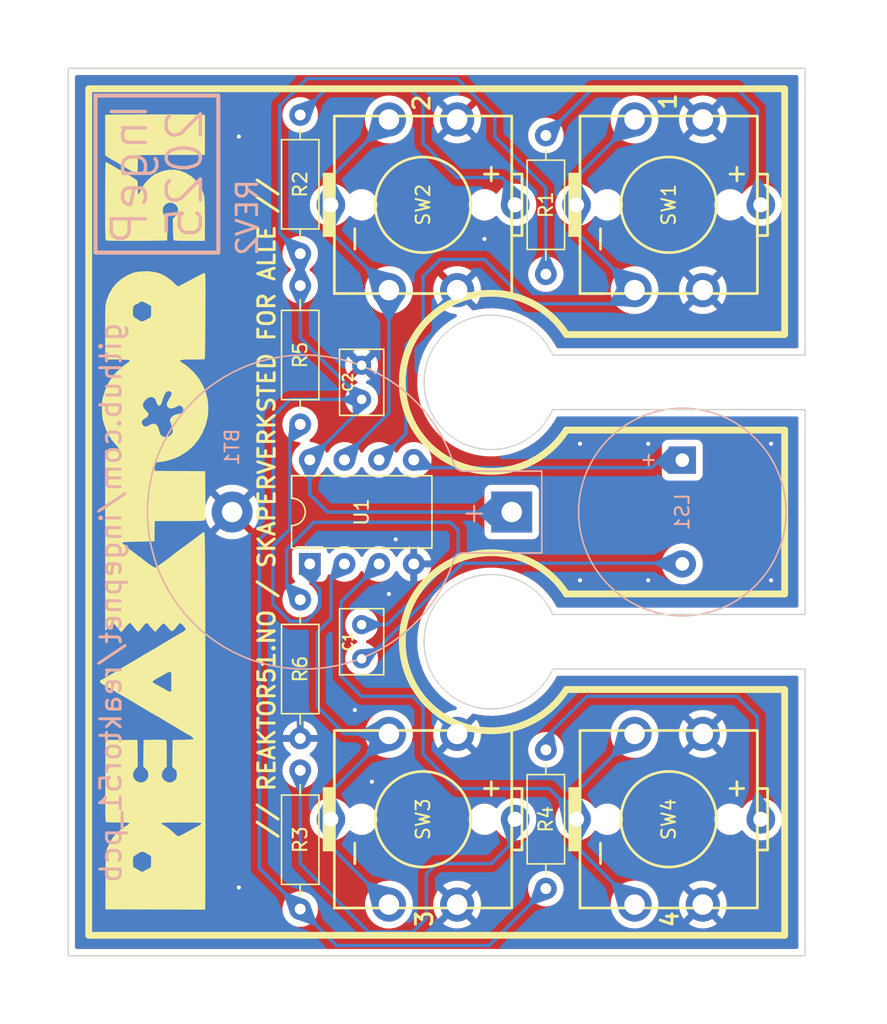
<source format=kicad_pcb>
(kicad_pcb (version 20240108) (generator "pcbnew") (generator_version "8.0")
  (title_block (title "Reaktor51 Memory Game") (date "2025-09-10") (rev "2") (comment 1 "Aurhor: Inge Aune Paulsen"))
  (layers (0 "F.Cu" signal) (31 "B.Cu" signal) (34 "B.Paste" user) (35 "F.Paste" user) (36 "B.SilkS" user "B.Silkscreen") (37 "F.SilkS" user "F.Silkscreen") (38 "B.Mask" user) (39 "F.Mask" user) (44 "Edge.Cuts" user))
  (net 0 "")
  (net 1 "Net-(BT1-+)")
  (net 2 "GND")
  (net 3 "Net-(SW1-A)")
  (net 4 "Net-(SW2-A)")
  (net 5 "Net-(SW3-A)")
  (net 6 "Net-(SW4-A)")
  (net 7 "Net-(SW1-K)")
  (net 8 "Net-(SW2-K)")
  (net 9 "Net-(SW3-K)")
  (net 10 "Net-(SW4-K)")
  (net 11 "Net-(U1-PB0)")
  (net 12 "Net-(U1-~{RESET}{slash}PB5)")
  (net 13 "Net-(C1-Pad2)")
  (net 14 "Net-(C1-Pad1)")
  (footprint "Capacitor_THT:C_Rect_L4.6mm_W3.0mm_P2.50mm_MKS02_FKP02" (layer "F.Cu") (at 141.5 105.75 -90)
    (property "Reference" "C1" (at 1.25 1 90) (layer "F.SilkS") (effects (font (size 0.7 0.7))))
    (property "Value" "1u")
    (pad "1" thru_hole circle (at 0 0 270) (size 1.4 1.4) (drill 0.7) (layers "*.Cu" "*.Mask" "In1.Cu" "In2.Cu" "In3.Cu" "In4.Cu" "In5.Cu" "In6.Cu" "In7.Cu" "In8.Cu" "In9.Cu" "In10.Cu" "In11.Cu" "In12.Cu" "In13.Cu" "In14.Cu" "In15.Cu" "In16.Cu" "In17.Cu" "In18.Cu" "In19.Cu" "In20.Cu" "In21.Cu" "In22.Cu" "In23.Cu" "In24.Cu" "In25.Cu" "In26.Cu" "In27.Cu" "In28.Cu" "In29.Cu" "In30.Cu") (net 14 "Net-(C1-Pad1)"))
    (pad "2" thru_hole circle (at 2.5 0 270) (size 1.4 1.4) (drill 0.7) (layers "*.Cu" "*.Mask" "In1.Cu" "In2.Cu" "In3.Cu" "In4.Cu" "In5.Cu" "In6.Cu" "In7.Cu" "In8.Cu" "In9.Cu" "In10.Cu" "In11.Cu" "In12.Cu" "In13.Cu" "In14.Cu" "In15.Cu" "In16.Cu" "In17.Cu" "In18.Cu" "In19.Cu" "In20.Cu" "In21.Cu" "In22.Cu" "In23.Cu" "In24.Cu" "In25.Cu" "In26.Cu" "In27.Cu" "In28.Cu" "In29.Cu" "In30.Cu") (net 13 "Net-(C1-Pad2)"))
  )
  (footprint "LOGO" (layer "F.Cu") (at 160.5 97.5 90)
    (property "Reference" "G***" (hide yes))
    (property "Value" "LOGO" (hide yes))
  )
  (footprint "Resistor_THT:R_Axial_DIN0207_L6.3mm_D2.5mm_P10.16mm_Horizontal" (layer "F.Cu") (at 155 80.08 90)
    (property "Reference" "R1" (at 5.08 0 90) (layer "F.SilkS"))
    (property "Value" "150")
    (pad "1" thru_hole circle (at 0 0 90) (size 1.6 1.6) (drill 0.8) (layers "*.Cu" "*.Mask" "In1.Cu" "In2.Cu" "In3.Cu" "In4.Cu" "In5.Cu" "In6.Cu" "In7.Cu" "In8.Cu" "In9.Cu" "In10.Cu" "In11.Cu" "In12.Cu" "In13.Cu" "In14.Cu" "In15.Cu" "In16.Cu" "In17.Cu" "In18.Cu" "In19.Cu" "In20.Cu" "In21.Cu" "In22.Cu" "In23.Cu" "In24.Cu" "In25.Cu" "In26.Cu" "In27.Cu" "In28.Cu" "In29.Cu" "In30.Cu") (net 1 "Net-(BT1-+)"))
    (pad "2" thru_hole oval (at 10.16 0 90) (size 1.6 1.6) (drill 0.8) (layers "*.Cu" "*.Mask" "In1.Cu" "In2.Cu" "In3.Cu" "In4.Cu" "In5.Cu" "In6.Cu" "In7.Cu" "In8.Cu" "In9.Cu" "In10.Cu" "In11.Cu" "In12.Cu" "In13.Cu" "In14.Cu" "In15.Cu" "In16.Cu" "In17.Cu" "In18.Cu" "In19.Cu" "In20.Cu" "In21.Cu" "In22.Cu" "In23.Cu" "In24.Cu" "In25.Cu" "In26.Cu" "In27.Cu" "In28.Cu" "In29.Cu" "In30.Cu") (net 3 "Net-(SW1-A)"))
  )
  (footprint "LOGO" (layer "F.Cu") (at 126.25 97.5 90)
    (property "Reference" "G***" (hide yes))
    (property "Value" "LOGO" (hide yes))
  )
  (footprint "Resistor_THT:R_Axial_DIN0207_L6.3mm_D2.5mm_P10.16mm_Horizontal" (layer "F.Cu") (at 137 80.92 -90)
    (property "Reference" "R5" (at 5.08 0 90) (layer "F.SilkS"))
    (property "Value" "4k7")
    (pad "1" thru_hole circle (at 0 0 270) (size 1.6 1.6) (drill 0.8) (layers "*.Cu" "*.Mask" "In1.Cu" "In2.Cu" "In3.Cu" "In4.Cu" "In5.Cu" "In6.Cu" "In7.Cu" "In8.Cu" "In9.Cu" "In10.Cu" "In11.Cu" "In12.Cu" "In13.Cu" "In14.Cu" "In15.Cu" "In16.Cu" "In17.Cu" "In18.Cu" "In19.Cu" "In20.Cu" "In21.Cu" "In22.Cu" "In23.Cu" "In24.Cu" "In25.Cu" "In26.Cu" "In27.Cu" "In28.Cu" "In29.Cu" "In30.Cu") (net 1 "Net-(BT1-+)"))
    (pad "2" thru_hole oval (at 10.16 0 270) (size 1.6 1.6) (drill 0.8) (layers "*.Cu" "*.Mask" "In1.Cu" "In2.Cu" "In3.Cu" "In4.Cu" "In5.Cu" "In6.Cu" "In7.Cu" "In8.Cu" "In9.Cu" "In10.Cu" "In11.Cu" "In12.Cu" "In13.Cu" "In14.Cu" "In15.Cu" "In16.Cu" "In17.Cu" "In18.Cu" "In19.Cu" "In20.Cu" "In21.Cu" "In22.Cu" "In23.Cu" "In24.Cu" "In25.Cu" "In26.Cu" "In27.Cu" "In28.Cu" "In29.Cu" "In30.Cu") (net 12 "Net-(U1-~{RESET}{slash}PB5)"))
  )
  (footprint "Package_DIP:DIP-8_W7.62mm" (layer "F.Cu") (at 137.7 101.3 90)
    (property "Reference" "U1" (at 3.8 3.8 90) (layer "F.SilkS"))
    (property "Value" "ATtiny13A-P")
    (pad "1" thru_hole rect (at 0 0 90) (size 1.6 1.6) (drill 0.8) (layers "*.Cu" "*.Mask" "In1.Cu" "In2.Cu" "In3.Cu" "In4.Cu" "In5.Cu" "In6.Cu" "In7.Cu" "In8.Cu" "In9.Cu" "In10.Cu" "In11.Cu" "In12.Cu" "In13.Cu" "In14.Cu" "In15.Cu" "In16.Cu" "In17.Cu" "In18.Cu" "In19.Cu" "In20.Cu" "In21.Cu" "In22.Cu" "In23.Cu" "In24.Cu" "In25.Cu" "In26.Cu" "In27.Cu" "In28.Cu" "In29.Cu" "In30.Cu") (net 12 "Net-(U1-~{RESET}{slash}PB5)"))
    (pad "2" thru_hole oval (at 0 2.54 90) (size 1.6 1.6) (drill 0.8) (layers "*.Cu" "*.Mask" "In1.Cu" "In2.Cu" "In3.Cu" "In4.Cu" "In5.Cu" "In6.Cu" "In7.Cu" "In8.Cu" "In9.Cu" "In10.Cu" "In11.Cu" "In12.Cu" "In13.Cu" "In14.Cu" "In15.Cu" "In16.Cu" "In17.Cu" "In18.Cu" "In19.Cu" "In20.Cu" "In21.Cu" "In22.Cu" "In23.Cu" "In24.Cu" "In25.Cu" "In26.Cu" "In27.Cu" "In28.Cu" "In29.Cu" "In30.Cu") (net 9 "Net-(SW3-K)"))
    (pad "3" thru_hole oval (at 0 5.08 90) (size 1.6 1.6) (drill 0.8) (layers "*.Cu" "*.Mask" "In1.Cu" "In2.Cu" "In3.Cu" "In4.Cu" "In5.Cu" "In6.Cu" "In7.Cu" "In8.Cu" "In9.Cu" "In10.Cu" "In11.Cu" "In12.Cu" "In13.Cu" "In14.Cu" "In15.Cu" "In16.Cu" "In17.Cu" "In18.Cu" "In19.Cu" "In20.Cu" "In21.Cu" "In22.Cu" "In23.Cu" "In24.Cu" "In25.Cu" "In26.Cu" "In27.Cu" "In28.Cu" "In29.Cu" "In30.Cu") (net 10 "Net-(SW4-K)"))
    (pad "4" thru_hole oval (at 0 7.62 90) (size 1.6 1.6) (drill 0.8) (layers "*.Cu" "*.Mask" "In1.Cu" "In2.Cu" "In3.Cu" "In4.Cu" "In5.Cu" "In6.Cu" "In7.Cu" "In8.Cu" "In9.Cu" "In10.Cu" "In11.Cu" "In12.Cu" "In13.Cu" "In14.Cu" "In15.Cu" "In16.Cu" "In17.Cu" "In18.Cu" "In19.Cu" "In20.Cu" "In21.Cu" "In22.Cu" "In23.Cu" "In24.Cu" "In25.Cu" "In26.Cu" "In27.Cu" "In28.Cu" "In29.Cu" "In30.Cu") (net 2 "GND"))
    (pad "5" thru_hole oval (at 7.62 7.62 90) (size 1.6 1.6) (drill 0.8) (layers "*.Cu" "*.Mask" "In1.Cu" "In2.Cu" "In3.Cu" "In4.Cu" "In5.Cu" "In6.Cu" "In7.Cu" "In8.Cu" "In9.Cu" "In10.Cu" "In11.Cu" "In12.Cu" "In13.Cu" "In14.Cu" "In15.Cu" "In16.Cu" "In17.Cu" "In18.Cu" "In19.Cu" "In20.Cu" "In21.Cu" "In22.Cu" "In23.Cu" "In24.Cu" "In25.Cu" "In26.Cu" "In27.Cu" "In28.Cu" "In29.Cu" "In30.Cu") (net 11 "Net-(U1-PB0)"))
    (pad "6" thru_hole oval (at 7.62 5.08 90) (size 1.6 1.6) (drill 0.8) (layers "*.Cu" "*.Mask" "In1.Cu" "In2.Cu" "In3.Cu" "In4.Cu" "In5.Cu" "In6.Cu" "In7.Cu" "In8.Cu" "In9.Cu" "In10.Cu" "In11.Cu" "In12.Cu" "In13.Cu" "In14.Cu" "In15.Cu" "In16.Cu" "In17.Cu" "In18.Cu" "In19.Cu" "In20.Cu" "In21.Cu" "In22.Cu" "In23.Cu" "In24.Cu" "In25.Cu" "In26.Cu" "In27.Cu" "In28.Cu" "In29.Cu" "In30.Cu") (net 7 "Net-(SW1-K)"))
    (pad "7" thru_hole oval (at 7.62 2.54 90) (size 1.6 1.6) (drill 0.8) (layers "*.Cu" "*.Mask" "In1.Cu" "In2.Cu" "In3.Cu" "In4.Cu" "In5.Cu" "In6.Cu" "In7.Cu" "In8.Cu" "In9.Cu" "In10.Cu" "In11.Cu" "In12.Cu" "In13.Cu" "In14.Cu" "In15.Cu" "In16.Cu" "In17.Cu" "In18.Cu" "In19.Cu" "In20.Cu" "In21.Cu" "In22.Cu" "In23.Cu" "In24.Cu" "In25.Cu" "In26.Cu" "In27.Cu" "In28.Cu" "In29.Cu" "In30.Cu") (net 8 "Net-(SW2-K)"))
    (pad "8" thru_hole oval (at 7.62 0 90) (size 1.6 1.6) (drill 0.8) (layers "*.Cu" "*.Mask" "In1.Cu" "In2.Cu" "In3.Cu" "In4.Cu" "In5.Cu" "In6.Cu" "In7.Cu" "In8.Cu" "In9.Cu" "In10.Cu" "In11.Cu" "In12.Cu" "In13.Cu" "In14.Cu" "In15.Cu" "In16.Cu" "In17.Cu" "In18.Cu" "In19.Cu" "In20.Cu" "In21.Cu" "In22.Cu" "In23.Cu" "In24.Cu" "In25.Cu" "In26.Cu" "In27.Cu" "In28.Cu" "In29.Cu" "In30.Cu") (net 1 "Net-(BT1-+)"))
  )
  (footprint "Resistor_THT:R_Axial_DIN0207_L6.3mm_D2.5mm_P10.16mm_Horizontal" (layer "F.Cu") (at 137 78.58 90)
    (property "Reference" "R2" (at 5.08 0 90) (layer "F.SilkS"))
    (property "Value" "150")
    (pad "1" thru_hole circle (at 0 0 90) (size 1.6 1.6) (drill 0.8) (layers "*.Cu" "*.Mask" "In1.Cu" "In2.Cu" "In3.Cu" "In4.Cu" "In5.Cu" "In6.Cu" "In7.Cu" "In8.Cu" "In9.Cu" "In10.Cu" "In11.Cu" "In12.Cu" "In13.Cu" "In14.Cu" "In15.Cu" "In16.Cu" "In17.Cu" "In18.Cu" "In19.Cu" "In20.Cu" "In21.Cu" "In22.Cu" "In23.Cu" "In24.Cu" "In25.Cu" "In26.Cu" "In27.Cu" "In28.Cu" "In29.Cu" "In30.Cu") (net 1 "Net-(BT1-+)"))
    (pad "2" thru_hole oval (at 10.16 0 90) (size 1.6 1.6) (drill 0.8) (layers "*.Cu" "*.Mask" "In1.Cu" "In2.Cu" "In3.Cu" "In4.Cu" "In5.Cu" "In6.Cu" "In7.Cu" "In8.Cu" "In9.Cu" "In10.Cu" "In11.Cu" "In12.Cu" "In13.Cu" "In14.Cu" "In15.Cu" "In16.Cu" "In17.Cu" "In18.Cu" "In19.Cu" "In20.Cu" "In21.Cu" "In22.Cu" "In23.Cu" "In24.Cu" "In25.Cu" "In26.Cu" "In27.Cu" "In28.Cu" "In29.Cu" "In30.Cu") (net 4 "Net-(SW2-A)"))
  )
  (footprint "IngeLib:SW_PUSH_12mm_LED" (layer "F.Cu") (at 164 75 90)
    (property "Reference" "SW1" (at 0 0 90) (layer "F.SilkS"))
    (property "Value" "SW_Push_LED")
    (pad "" np_thru_hole circle (at 0 -4.5 90) (size 1 1) (drill 1.8) (layers "*.Cu" "*.Mask" "In1.Cu" "In2.Cu" "In3.Cu" "In4.Cu" "In5.Cu" "In6.Cu" "In7.Cu" "In8.Cu" "In9.Cu" "In10.Cu" "In11.Cu" "In12.Cu" "In13.Cu" "In14.Cu" "In15.Cu" "In16.Cu" "In17.Cu" "In18.Cu" "In19.Cu" "In20.Cu" "In21.Cu" "In22.Cu" "In23.Cu" "In24.Cu" "In25.Cu" "In26.Cu" "In27.Cu" "In28.Cu" "In29.Cu" "In30.Cu"))
    (pad "" np_thru_hole circle (at 0 4.5 90) (size 1 1) (drill 1.8) (layers "*.Cu" "*.Mask" "In1.Cu" "In2.Cu" "In3.Cu" "In4.Cu" "In5.Cu" "In6.Cu" "In7.Cu" "In8.Cu" "In9.Cu" "In10.Cu" "In11.Cu" "In12.Cu" "In13.Cu" "In14.Cu" "In15.Cu" "In16.Cu" "In17.Cu" "In18.Cu" "In19.Cu" "In20.Cu" "In21.Cu" "In22.Cu" "In23.Cu" "In24.Cu" "In25.Cu" "In26.Cu" "In27.Cu" "In28.Cu" "In29.Cu" "In30.Cu"))
    (pad "1" thru_hole circle (at -6.25 -2.5 90) (size 2.5 2.5) (drill 1.5) (layers "*.Cu" "*.Mask" "In1.Cu" "In2.Cu" "In3.Cu" "In4.Cu" "In5.Cu" "In6.Cu" "In7.Cu" "In8.Cu" "In9.Cu" "In10.Cu" "In11.Cu" "In12.Cu" "In13.Cu" "In14.Cu" "In15.Cu" "In16.Cu" "In17.Cu" "In18.Cu" "In19.Cu" "In20.Cu" "In21.Cu" "In22.Cu" "In23.Cu" "In24.Cu" "In25.Cu" "In26.Cu" "In27.Cu" "In28.Cu" "In29.Cu" "In30.Cu") (net 7 "Net-(SW1-K)"))
    (pad "1" thru_hole circle (at 6.25 -2.5 90) (size 2.5 2.5) (drill 1.5) (layers "*.Cu" "*.Mask" "In1.Cu" "In2.Cu" "In3.Cu" "In4.Cu" "In5.Cu" "In6.Cu" "In7.Cu" "In8.Cu" "In9.Cu" "In10.Cu" "In11.Cu" "In12.Cu" "In13.Cu" "In14.Cu" "In15.Cu" "In16.Cu" "In17.Cu" "In18.Cu" "In19.Cu" "In20.Cu" "In21.Cu" "In22.Cu" "In23.Cu" "In24.Cu" "In25.Cu" "In26.Cu" "In27.Cu" "In28.Cu" "In29.Cu" "In30.Cu") (net 7 "Net-(SW1-K)"))
    (pad "2" thru_hole circle (at -6.25 2.5 90) (size 2.5 2.5) (drill 1.5) (layers "*.Cu" "*.Mask" "In1.Cu" "In2.Cu" "In3.Cu" "In4.Cu" "In5.Cu" "In6.Cu" "In7.Cu" "In8.Cu" "In9.Cu" "In10.Cu" "In11.Cu" "In12.Cu" "In13.Cu" "In14.Cu" "In15.Cu" "In16.Cu" "In17.Cu" "In18.Cu" "In19.Cu" "In20.Cu" "In21.Cu" "In22.Cu" "In23.Cu" "In24.Cu" "In25.Cu" "In26.Cu" "In27.Cu" "In28.Cu" "In29.Cu" "In30.Cu") (net 2 "GND"))
    (pad "2" thru_hole circle (at 6.25 2.5 90) (size 2.5 2.5) (drill 1.5) (layers "*.Cu" "*.Mask" "In1.Cu" "In2.Cu" "In3.Cu" "In4.Cu" "In5.Cu" "In6.Cu" "In7.Cu" "In8.Cu" "In9.Cu" "In10.Cu" "In11.Cu" "In12.Cu" "In13.Cu" "In14.Cu" "In15.Cu" "In16.Cu" "In17.Cu" "In18.Cu" "In19.Cu" "In20.Cu" "In21.Cu" "In22.Cu" "In23.Cu" "In24.Cu" "In25.Cu" "In26.Cu" "In27.Cu" "In28.Cu" "In29.Cu" "In30.Cu") (net 2 "GND"))
    (pad "3" thru_hole circle (at 0 -6.75 90) (size 2.1 2.1) (drill 1.1) (layers "*.Cu" "*.Mask" "In1.Cu" "In2.Cu" "In3.Cu" "In4.Cu" "In5.Cu" "In6.Cu" "In7.Cu" "In8.Cu" "In9.Cu" "In10.Cu" "In11.Cu" "In12.Cu" "In13.Cu" "In14.Cu" "In15.Cu" "In16.Cu" "In17.Cu" "In18.Cu" "In19.Cu" "In20.Cu" "In21.Cu" "In22.Cu" "In23.Cu" "In24.Cu" "In25.Cu" "In26.Cu" "In27.Cu" "In28.Cu" "In29.Cu" "In30.Cu") (net 7 "Net-(SW1-K)"))
    (pad "4" thru_hole circle (at 0 6.75 90) (size 2.1 2.1) (drill 1.1) (layers "*.Cu" "*.Mask" "In1.Cu" "In2.Cu" "In3.Cu" "In4.Cu" "In5.Cu" "In6.Cu" "In7.Cu" "In8.Cu" "In9.Cu" "In10.Cu" "In11.Cu" "In12.Cu" "In13.Cu" "In14.Cu" "In15.Cu" "In16.Cu" "In17.Cu" "In18.Cu" "In19.Cu" "In20.Cu" "In21.Cu" "In22.Cu" "In23.Cu" "In24.Cu" "In25.Cu" "In26.Cu" "In27.Cu" "In28.Cu" "In29.Cu" "In30.Cu") (net 3 "Net-(SW1-A)"))
  )
  (footprint "IngeLib:SW_PUSH_12mm_LED" (layer "F.Cu") (at 146 120 90)
    (property "Reference" "SW3" (at 0 0 90) (layer "F.SilkS"))
    (property "Value" "SW_Push_LED")
    (pad "" np_thru_hole circle (at 0 -4.5 90) (size 1 1) (drill 1.8) (layers "*.Cu" "*.Mask" "In1.Cu" "In2.Cu" "In3.Cu" "In4.Cu" "In5.Cu" "In6.Cu" "In7.Cu" "In8.Cu" "In9.Cu" "In10.Cu" "In11.Cu" "In12.Cu" "In13.Cu" "In14.Cu" "In15.Cu" "In16.Cu" "In17.Cu" "In18.Cu" "In19.Cu" "In20.Cu" "In21.Cu" "In22.Cu" "In23.Cu" "In24.Cu" "In25.Cu" "In26.Cu" "In27.Cu" "In28.Cu" "In29.Cu" "In30.Cu"))
    (pad "" np_thru_hole circle (at 0 4.5 90) (size 1 1) (drill 1.8) (layers "*.Cu" "*.Mask" "In1.Cu" "In2.Cu" "In3.Cu" "In4.Cu" "In5.Cu" "In6.Cu" "In7.Cu" "In8.Cu" "In9.Cu" "In10.Cu" "In11.Cu" "In12.Cu" "In13.Cu" "In14.Cu" "In15.Cu" "In16.Cu" "In17.Cu" "In18.Cu" "In19.Cu" "In20.Cu" "In21.Cu" "In22.Cu" "In23.Cu" "In24.Cu" "In25.Cu" "In26.Cu" "In27.Cu" "In28.Cu" "In29.Cu" "In30.Cu"))
    (pad "1" thru_hole circle (at -6.25 -2.5 90) (size 2.5 2.5) (drill 1.5) (layers "*.Cu" "*.Mask" "In1.Cu" "In2.Cu" "In3.Cu" "In4.Cu" "In5.Cu" "In6.Cu" "In7.Cu" "In8.Cu" "In9.Cu" "In10.Cu" "In11.Cu" "In12.Cu" "In13.Cu" "In14.Cu" "In15.Cu" "In16.Cu" "In17.Cu" "In18.Cu" "In19.Cu" "In20.Cu" "In21.Cu" "In22.Cu" "In23.Cu" "In24.Cu" "In25.Cu" "In26.Cu" "In27.Cu" "In28.Cu" "In29.Cu" "In30.Cu") (net 9 "Net-(SW3-K)"))
    (pad "1" thru_hole circle (at 6.25 -2.5 90) (size 2.5 2.5) (drill 1.5) (layers "*.Cu" "*.Mask" "In1.Cu" "In2.Cu" "In3.Cu" "In4.Cu" "In5.Cu" "In6.Cu" "In7.Cu" "In8.Cu" "In9.Cu" "In10.Cu" "In11.Cu" "In12.Cu" "In13.Cu" "In14.Cu" "In15.Cu" "In16.Cu" "In17.Cu" "In18.Cu" "In19.Cu" "In20.Cu" "In21.Cu" "In22.Cu" "In23.Cu" "In24.Cu" "In25.Cu" "In26.Cu" "In27.Cu" "In28.Cu" "In29.Cu" "In30.Cu") (net 9 "Net-(SW3-K)"))
    (pad "2" thru_hole circle (at -6.25 2.5 90) (size 2.5 2.5) (drill 1.5) (layers "*.Cu" "*.Mask" "In1.Cu" "In2.Cu" "In3.Cu" "In4.Cu" "In5.Cu" "In6.Cu" "In7.Cu" "In8.Cu" "In9.Cu" "In10.Cu" "In11.Cu" "In12.Cu" "In13.Cu" "In14.Cu" "In15.Cu" "In16.Cu" "In17.Cu" "In18.Cu" "In19.Cu" "In20.Cu" "In21.Cu" "In22.Cu" "In23.Cu" "In24.Cu" "In25.Cu" "In26.Cu" "In27.Cu" "In28.Cu" "In29.Cu" "In30.Cu") (net 2 "GND"))
    (pad "2" thru_hole circle (at 6.25 2.5 90) (size 2.5 2.5) (drill 1.5) (layers "*.Cu" "*.Mask" "In1.Cu" "In2.Cu" "In3.Cu" "In4.Cu" "In5.Cu" "In6.Cu" "In7.Cu" "In8.Cu" "In9.Cu" "In10.Cu" "In11.Cu" "In12.Cu" "In13.Cu" "In14.Cu" "In15.Cu" "In16.Cu" "In17.Cu" "In18.Cu" "In19.Cu" "In20.Cu" "In21.Cu" "In22.Cu" "In23.Cu" "In24.Cu" "In25.Cu" "In26.Cu" "In27.Cu" "In28.Cu" "In29.Cu" "In30.Cu") (net 2 "GND"))
    (pad "3" thru_hole circle (at 0 -6.75 90) (size 2.1 2.1) (drill 1.1) (layers "*.Cu" "*.Mask" "In1.Cu" "In2.Cu" "In3.Cu" "In4.Cu" "In5.Cu" "In6.Cu" "In7.Cu" "In8.Cu" "In9.Cu" "In10.Cu" "In11.Cu" "In12.Cu" "In13.Cu" "In14.Cu" "In15.Cu" "In16.Cu" "In17.Cu" "In18.Cu" "In19.Cu" "In20.Cu" "In21.Cu" "In22.Cu" "In23.Cu" "In24.Cu" "In25.Cu" "In26.Cu" "In27.Cu" "In28.Cu" "In29.Cu" "In30.Cu") (net 9 "Net-(SW3-K)"))
    (pad "4" thru_hole circle (at 0 6.75 90) (size 2.1 2.1) (drill 1.1) (layers "*.Cu" "*.Mask" "In1.Cu" "In2.Cu" "In3.Cu" "In4.Cu" "In5.Cu" "In6.Cu" "In7.Cu" "In8.Cu" "In9.Cu" "In10.Cu" "In11.Cu" "In12.Cu" "In13.Cu" "In14.Cu" "In15.Cu" "In16.Cu" "In17.Cu" "In18.Cu" "In19.Cu" "In20.Cu" "In21.Cu" "In22.Cu" "In23.Cu" "In24.Cu" "In25.Cu" "In26.Cu" "In27.Cu" "In28.Cu" "In29.Cu" "In30.Cu") (net 5 "Net-(SW3-A)"))
  )
  (footprint "Capacitor_THT:C_Rect_L4.6mm_W3.0mm_P2.50mm_MKS02_FKP02" (layer "F.Cu") (at 141.5 86.75 -90)
    (property "Reference" "C2" (at 1.25 1 90) (layer "F.SilkS") (effects (font (size 0.7 0.7))))
    (property "Value" "1u")
    (pad "1" thru_hole circle (at 0 0 270) (size 1.4 1.4) (drill 0.7) (layers "*.Cu" "*.Mask" "In1.Cu" "In2.Cu" "In3.Cu" "In4.Cu" "In5.Cu" "In6.Cu" "In7.Cu" "In8.Cu" "In9.Cu" "In10.Cu" "In11.Cu" "In12.Cu" "In13.Cu" "In14.Cu" "In15.Cu" "In16.Cu" "In17.Cu" "In18.Cu" "In19.Cu" "In20.Cu" "In21.Cu" "In22.Cu" "In23.Cu" "In24.Cu" "In25.Cu" "In26.Cu" "In27.Cu" "In28.Cu" "In29.Cu" "In30.Cu") (net 2 "GND"))
    (pad "2" thru_hole circle (at 2.5 0 270) (size 1.4 1.4) (drill 0.7) (layers "*.Cu" "*.Mask" "In1.Cu" "In2.Cu" "In3.Cu" "In4.Cu" "In5.Cu" "In6.Cu" "In7.Cu" "In8.Cu" "In9.Cu" "In10.Cu" "In11.Cu" "In12.Cu" "In13.Cu" "In14.Cu" "In15.Cu" "In16.Cu" "In17.Cu" "In18.Cu" "In19.Cu" "In20.Cu" "In21.Cu" "In22.Cu" "In23.Cu" "In24.Cu" "In25.Cu" "In26.Cu" "In27.Cu" "In28.Cu" "In29.Cu" "In30.Cu") (net 1 "Net-(BT1-+)"))
  )
  (footprint "IngeLib:SW_PUSH_12mm_LED" (layer "F.Cu") (at 146 75 90)
    (property "Reference" "SW2" (at 0 0 90) (layer "F.SilkS"))
    (property "Value" "SW_Push_LED")
    (pad "" np_thru_hole circle (at 0 -4.5 90) (size 1 1) (drill 1.8) (layers "*.Cu" "*.Mask" "In1.Cu" "In2.Cu" "In3.Cu" "In4.Cu" "In5.Cu" "In6.Cu" "In7.Cu" "In8.Cu" "In9.Cu" "In10.Cu" "In11.Cu" "In12.Cu" "In13.Cu" "In14.Cu" "In15.Cu" "In16.Cu" "In17.Cu" "In18.Cu" "In19.Cu" "In20.Cu" "In21.Cu" "In22.Cu" "In23.Cu" "In24.Cu" "In25.Cu" "In26.Cu" "In27.Cu" "In28.Cu" "In29.Cu" "In30.Cu"))
    (pad "" np_thru_hole circle (at 0 4.5 90) (size 1 1) (drill 1.8) (layers "*.Cu" "*.Mask" "In1.Cu" "In2.Cu" "In3.Cu" "In4.Cu" "In5.Cu" "In6.Cu" "In7.Cu" "In8.Cu" "In9.Cu" "In10.Cu" "In11.Cu" "In12.Cu" "In13.Cu" "In14.Cu" "In15.Cu" "In16.Cu" "In17.Cu" "In18.Cu" "In19.Cu" "In20.Cu" "In21.Cu" "In22.Cu" "In23.Cu" "In24.Cu" "In25.Cu" "In26.Cu" "In27.Cu" "In28.Cu" "In29.Cu" "In30.Cu"))
    (pad "1" thru_hole circle (at -6.25 -2.5 90) (size 2.5 2.5) (drill 1.5) (layers "*.Cu" "*.Mask" "In1.Cu" "In2.Cu" "In3.Cu" "In4.Cu" "In5.Cu" "In6.Cu" "In7.Cu" "In8.Cu" "In9.Cu" "In10.Cu" "In11.Cu" "In12.Cu" "In13.Cu" "In14.Cu" "In15.Cu" "In16.Cu" "In17.Cu" "In18.Cu" "In19.Cu" "In20.Cu" "In21.Cu" "In22.Cu" "In23.Cu" "In24.Cu" "In25.Cu" "In26.Cu" "In27.Cu" "In28.Cu" "In29.Cu" "In30.Cu") (net 8 "Net-(SW2-K)"))
    (pad "1" thru_hole circle (at 6.25 -2.5 90) (size 2.5 2.5) (drill 1.5) (layers "*.Cu" "*.Mask" "In1.Cu" "In2.Cu" "In3.Cu" "In4.Cu" "In5.Cu" "In6.Cu" "In7.Cu" "In8.Cu" "In9.Cu" "In10.Cu" "In11.Cu" "In12.Cu" "In13.Cu" "In14.Cu" "In15.Cu" "In16.Cu" "In17.Cu" "In18.Cu" "In19.Cu" "In20.Cu" "In21.Cu" "In22.Cu" "In23.Cu" "In24.Cu" "In25.Cu" "In26.Cu" "In27.Cu" "In28.Cu" "In29.Cu" "In30.Cu") (net 8 "Net-(SW2-K)"))
    (pad "2" thru_hole circle (at -6.25 2.5 90) (size 2.5 2.5) (drill 1.5) (layers "*.Cu" "*.Mask" "In1.Cu" "In2.Cu" "In3.Cu" "In4.Cu" "In5.Cu" "In6.Cu" "In7.Cu" "In8.Cu" "In9.Cu" "In10.Cu" "In11.Cu" "In12.Cu" "In13.Cu" "In14.Cu" "In15.Cu" "In16.Cu" "In17.Cu" "In18.Cu" "In19.Cu" "In20.Cu" "In21.Cu" "In22.Cu" "In23.Cu" "In24.Cu" "In25.Cu" "In26.Cu" "In27.Cu" "In28.Cu" "In29.Cu" "In30.Cu") (net 2 "GND"))
    (pad "2" thru_hole circle (at 6.25 2.5 90) (size 2.5 2.5) (drill 1.5) (layers "*.Cu" "*.Mask" "In1.Cu" "In2.Cu" "In3.Cu" "In4.Cu" "In5.Cu" "In6.Cu" "In7.Cu" "In8.Cu" "In9.Cu" "In10.Cu" "In11.Cu" "In12.Cu" "In13.Cu" "In14.Cu" "In15.Cu" "In16.Cu" "In17.Cu" "In18.Cu" "In19.Cu" "In20.Cu" "In21.Cu" "In22.Cu" "In23.Cu" "In24.Cu" "In25.Cu" "In26.Cu" "In27.Cu" "In28.Cu" "In29.Cu" "In30.Cu") (net 2 "GND"))
    (pad "3" thru_hole circle (at 0 -6.75 90) (size 2.1 2.1) (drill 1.1) (layers "*.Cu" "*.Mask" "In1.Cu" "In2.Cu" "In3.Cu" "In4.Cu" "In5.Cu" "In6.Cu" "In7.Cu" "In8.Cu" "In9.Cu" "In10.Cu" "In11.Cu" "In12.Cu" "In13.Cu" "In14.Cu" "In15.Cu" "In16.Cu" "In17.Cu" "In18.Cu" "In19.Cu" "In20.Cu" "In21.Cu" "In22.Cu" "In23.Cu" "In24.Cu" "In25.Cu" "In26.Cu" "In27.Cu" "In28.Cu" "In29.Cu" "In30.Cu") (net 8 "Net-(SW2-K)"))
    (pad "4" thru_hole circle (at 0 6.75 90) (size 2.1 2.1) (drill 1.1) (layers "*.Cu" "*.Mask" "In1.Cu" "In2.Cu" "In3.Cu" "In4.Cu" "In5.Cu" "In6.Cu" "In7.Cu" "In8.Cu" "In9.Cu" "In10.Cu" "In11.Cu" "In12.Cu" "In13.Cu" "In14.Cu" "In15.Cu" "In16.Cu" "In17.Cu" "In18.Cu" "In19.Cu" "In20.Cu" "In21.Cu" "In22.Cu" "In23.Cu" "In24.Cu" "In25.Cu" "In26.Cu" "In27.Cu" "In28.Cu" "In29.Cu" "In30.Cu") (net 4 "Net-(SW2-A)"))
  )
  (footprint "Resistor_THT:R_Axial_DIN0207_L6.3mm_D2.5mm_P10.16mm_Horizontal" (layer "F.Cu") (at 155 125.08 90)
    (property "Reference" "R4" (at 5.08 0 90) (layer "F.SilkS"))
    (property "Value" "150")
    (pad "1" thru_hole circle (at 0 0 90) (size 1.6 1.6) (drill 0.8) (layers "*.Cu" "*.Mask" "In1.Cu" "In2.Cu" "In3.Cu" "In4.Cu" "In5.Cu" "In6.Cu" "In7.Cu" "In8.Cu" "In9.Cu" "In10.Cu" "In11.Cu" "In12.Cu" "In13.Cu" "In14.Cu" "In15.Cu" "In16.Cu" "In17.Cu" "In18.Cu" "In19.Cu" "In20.Cu" "In21.Cu" "In22.Cu" "In23.Cu" "In24.Cu" "In25.Cu" "In26.Cu" "In27.Cu" "In28.Cu" "In29.Cu" "In30.Cu") (net 1 "Net-(BT1-+)"))
    (pad "2" thru_hole oval (at 10.16 0 90) (size 1.6 1.6) (drill 0.8) (layers "*.Cu" "*.Mask" "In1.Cu" "In2.Cu" "In3.Cu" "In4.Cu" "In5.Cu" "In6.Cu" "In7.Cu" "In8.Cu" "In9.Cu" "In10.Cu" "In11.Cu" "In12.Cu" "In13.Cu" "In14.Cu" "In15.Cu" "In16.Cu" "In17.Cu" "In18.Cu" "In19.Cu" "In20.Cu" "In21.Cu" "In22.Cu" "In23.Cu" "In24.Cu" "In25.Cu" "In26.Cu" "In27.Cu" "In28.Cu" "In29.Cu" "In30.Cu") (net 6 "Net-(SW4-A)"))
  )
  (footprint "IngeLib:SW_PUSH_12mm_LED" (layer "F.Cu") (at 164 120 90)
    (property "Reference" "SW4" (at 0 0 90) (layer "F.SilkS"))
    (property "Value" "SW_Push_LED")
    (pad "" np_thru_hole circle (at 0 -4.5 90) (size 1 1) (drill 1.8) (layers "*.Cu" "*.Mask" "In1.Cu" "In2.Cu" "In3.Cu" "In4.Cu" "In5.Cu" "In6.Cu" "In7.Cu" "In8.Cu" "In9.Cu" "In10.Cu" "In11.Cu" "In12.Cu" "In13.Cu" "In14.Cu" "In15.Cu" "In16.Cu" "In17.Cu" "In18.Cu" "In19.Cu" "In20.Cu" "In21.Cu" "In22.Cu" "In23.Cu" "In24.Cu" "In25.Cu" "In26.Cu" "In27.Cu" "In28.Cu" "In29.Cu" "In30.Cu"))
    (pad "" np_thru_hole circle (at 0 4.5 90) (size 1 1) (drill 1.8) (layers "*.Cu" "*.Mask" "In1.Cu" "In2.Cu" "In3.Cu" "In4.Cu" "In5.Cu" "In6.Cu" "In7.Cu" "In8.Cu" "In9.Cu" "In10.Cu" "In11.Cu" "In12.Cu" "In13.Cu" "In14.Cu" "In15.Cu" "In16.Cu" "In17.Cu" "In18.Cu" "In19.Cu" "In20.Cu" "In21.Cu" "In22.Cu" "In23.Cu" "In24.Cu" "In25.Cu" "In26.Cu" "In27.Cu" "In28.Cu" "In29.Cu" "In30.Cu"))
    (pad "1" thru_hole circle (at -6.25 -2.5 90) (size 2.5 2.5) (drill 1.5) (layers "*.Cu" "*.Mask" "In1.Cu" "In2.Cu" "In3.Cu" "In4.Cu" "In5.Cu" "In6.Cu" "In7.Cu" "In8.Cu" "In9.Cu" "In10.Cu" "In11.Cu" "In12.Cu" "In13.Cu" "In14.Cu" "In15.Cu" "In16.Cu" "In17.Cu" "In18.Cu" "In19.Cu" "In20.Cu" "In21.Cu" "In22.Cu" "In23.Cu" "In24.Cu" "In25.Cu" "In26.Cu" "In27.Cu" "In28.Cu" "In29.Cu" "In30.Cu") (net 10 "Net-(SW4-K)"))
    (pad "1" thru_hole circle (at 6.25 -2.5 90) (size 2.5 2.5) (drill 1.5) (layers "*.Cu" "*.Mask" "In1.Cu" "In2.Cu" "In3.Cu" "In4.Cu" "In5.Cu" "In6.Cu" "In7.Cu" "In8.Cu" "In9.Cu" "In10.Cu" "In11.Cu" "In12.Cu" "In13.Cu" "In14.Cu" "In15.Cu" "In16.Cu" "In17.Cu" "In18.Cu" "In19.Cu" "In20.Cu" "In21.Cu" "In22.Cu" "In23.Cu" "In24.Cu" "In25.Cu" "In26.Cu" "In27.Cu" "In28.Cu" "In29.Cu" "In30.Cu") (net 10 "Net-(SW4-K)"))
    (pad "2" thru_hole circle (at -6.25 2.5 90) (size 2.5 2.5) (drill 1.5) (layers "*.Cu" "*.Mask" "In1.Cu" "In2.Cu" "In3.Cu" "In4.Cu" "In5.Cu" "In6.Cu" "In7.Cu" "In8.Cu" "In9.Cu" "In10.Cu" "In11.Cu" "In12.Cu" "In13.Cu" "In14.Cu" "In15.Cu" "In16.Cu" "In17.Cu" "In18.Cu" "In19.Cu" "In20.Cu" "In21.Cu" "In22.Cu" "In23.Cu" "In24.Cu" "In25.Cu" "In26.Cu" "In27.Cu" "In28.Cu" "In29.Cu" "In30.Cu") (net 2 "GND"))
    (pad "2" thru_hole circle (at 6.25 2.5 90) (size 2.5 2.5) (drill 1.5) (layers "*.Cu" "*.Mask" "In1.Cu" "In2.Cu" "In3.Cu" "In4.Cu" "In5.Cu" "In6.Cu" "In7.Cu" "In8.Cu" "In9.Cu" "In10.Cu" "In11.Cu" "In12.Cu" "In13.Cu" "In14.Cu" "In15.Cu" "In16.Cu" "In17.Cu" "In18.Cu" "In19.Cu" "In20.Cu" "In21.Cu" "In22.Cu" "In23.Cu" "In24.Cu" "In25.Cu" "In26.Cu" "In27.Cu" "In28.Cu" "In29.Cu" "In30.Cu") (net 2 "GND"))
    (pad "3" thru_hole circle (at 0 -6.75 90) (size 2.1 2.1) (drill 1.1) (layers "*.Cu" "*.Mask" "In1.Cu" "In2.Cu" "In3.Cu" "In4.Cu" "In5.Cu" "In6.Cu" "In7.Cu" "In8.Cu" "In9.Cu" "In10.Cu" "In11.Cu" "In12.Cu" "In13.Cu" "In14.Cu" "In15.Cu" "In16.Cu" "In17.Cu" "In18.Cu" "In19.Cu" "In20.Cu" "In21.Cu" "In22.Cu" "In23.Cu" "In24.Cu" "In25.Cu" "In26.Cu" "In27.Cu" "In28.Cu" "In29.Cu" "In30.Cu") (net 10 "Net-(SW4-K)"))
    (pad "4" thru_hole circle (at 0 6.75 90) (size 2.1 2.1) (drill 1.1) (layers "*.Cu" "*.Mask" "In1.Cu" "In2.Cu" "In3.Cu" "In4.Cu" "In5.Cu" "In6.Cu" "In7.Cu" "In8.Cu" "In9.Cu" "In10.Cu" "In11.Cu" "In12.Cu" "In13.Cu" "In14.Cu" "In15.Cu" "In16.Cu" "In17.Cu" "In18.Cu" "In19.Cu" "In20.Cu" "In21.Cu" "In22.Cu" "In23.Cu" "In24.Cu" "In25.Cu" "In26.Cu" "In27.Cu" "In28.Cu" "In29.Cu" "In30.Cu") (net 6 "Net-(SW4-A)"))
  )
  (footprint "Resistor_THT:R_Axial_DIN0207_L6.3mm_D2.5mm_P10.16mm_Horizontal" (layer "F.Cu") (at 137 103.92 -90)
    (property "Reference" "R6" (at 5.08 0 90) (layer "F.SilkS"))
    (property "Value" "150")
    (pad "1" thru_hole circle (at 0 0 270) (size 1.6 1.6) (drill 0.8) (layers "*.Cu" "*.Mask" "In1.Cu" "In2.Cu" "In3.Cu" "In4.Cu" "In5.Cu" "In6.Cu" "In7.Cu" "In8.Cu" "In9.Cu" "In10.Cu" "In11.Cu" "In12.Cu" "In13.Cu" "In14.Cu" "In15.Cu" "In16.Cu" "In17.Cu" "In18.Cu" "In19.Cu" "In20.Cu" "In21.Cu" "In22.Cu" "In23.Cu" "In24.Cu" "In25.Cu" "In26.Cu" "In27.Cu" "In28.Cu" "In29.Cu" "In30.Cu") (net 14 "Net-(C1-Pad1)"))
    (pad "2" thru_hole oval (at 10.16 0 270) (size 1.6 1.6) (drill 0.8) (layers "*.Cu" "*.Mask" "In1.Cu" "In2.Cu" "In3.Cu" "In4.Cu" "In5.Cu" "In6.Cu" "In7.Cu" "In8.Cu" "In9.Cu" "In10.Cu" "In11.Cu" "In12.Cu" "In13.Cu" "In14.Cu" "In15.Cu" "In16.Cu" "In17.Cu" "In18.Cu" "In19.Cu" "In20.Cu" "In21.Cu" "In22.Cu" "In23.Cu" "In24.Cu" "In25.Cu" "In26.Cu" "In27.Cu" "In28.Cu" "In29.Cu" "In30.Cu") (net 2 "GND"))
  )
  (footprint "Resistor_THT:R_Axial_DIN0207_L6.3mm_D2.5mm_P10.16mm_Horizontal" (layer "F.Cu") (at 137 126.58 90)
    (property "Reference" "R3" (at 5.08 0 90) (layer "F.SilkS"))
    (property "Value" "150")
    (pad "1" thru_hole circle (at 0 0 90) (size 1.6 1.6) (drill 0.8) (layers "*.Cu" "*.Mask" "In1.Cu" "In2.Cu" "In3.Cu" "In4.Cu" "In5.Cu" "In6.Cu" "In7.Cu" "In8.Cu" "In9.Cu" "In10.Cu" "In11.Cu" "In12.Cu" "In13.Cu" "In14.Cu" "In15.Cu" "In16.Cu" "In17.Cu" "In18.Cu" "In19.Cu" "In20.Cu" "In21.Cu" "In22.Cu" "In23.Cu" "In24.Cu" "In25.Cu" "In26.Cu" "In27.Cu" "In28.Cu" "In29.Cu" "In30.Cu") (net 1 "Net-(BT1-+)"))
    (pad "2" thru_hole oval (at 10.16 0 90) (size 1.6 1.6) (drill 0.8) (layers "*.Cu" "*.Mask" "In1.Cu" "In2.Cu" "In3.Cu" "In4.Cu" "In5.Cu" "In6.Cu" "In7.Cu" "In8.Cu" "In9.Cu" "In10.Cu" "In11.Cu" "In12.Cu" "In13.Cu" "In14.Cu" "In15.Cu" "In16.Cu" "In17.Cu" "In18.Cu" "In19.Cu" "In20.Cu" "In21.Cu" "In22.Cu" "In23.Cu" "In24.Cu" "In25.Cu" "In26.Cu" "In27.Cu" "In28.Cu" "In29.Cu" "In30.Cu") (net 5 "Net-(SW3-A)"))
  )
  (footprint "Battery:BatteryHolder_Keystone_103_1x20mm" (layer "B.Cu") (at 152.5 97.5 180)
    (property "Reference" "BT1" (at 20.5 4.75 -90) (layer "B.SilkS") (effects (justify mirror)))
    (property "Value" "CR2032")
    (fp_text user "+" (at 2.75 0 0) (layer "B.SilkS") (effects (font (size 1.5 1.5)) (justify mirror)))
    (pad "1" thru_hole rect (at 0 0 180) (size 3 3) (drill 1.5) (layers "*.Cu" "*.Mask" "In1.Cu" "In2.Cu" "In3.Cu" "In4.Cu" "In5.Cu" "In6.Cu" "In7.Cu" "In8.Cu" "In9.Cu" "In10.Cu" "In11.Cu" "In12.Cu" "In13.Cu" "In14.Cu" "In15.Cu" "In16.Cu" "In17.Cu" "In18.Cu" "In19.Cu" "In20.Cu" "In21.Cu" "In22.Cu" "In23.Cu" "In24.Cu" "In25.Cu" "In26.Cu" "In27.Cu" "In28.Cu" "In29.Cu" "In30.Cu") (net 1 "Net-(BT1-+)"))
    (pad "2" thru_hole circle (at 20.49 0 180) (size 3 3) (drill 1.5) (layers "*.Cu" "*.Mask" "In1.Cu" "In2.Cu" "In3.Cu" "In4.Cu" "In5.Cu" "In6.Cu" "In7.Cu" "In8.Cu" "In9.Cu" "In10.Cu" "In11.Cu" "In12.Cu" "In13.Cu" "In14.Cu" "In15.Cu" "In16.Cu" "In17.Cu" "In18.Cu" "In19.Cu" "In20.Cu" "In21.Cu" "In22.Cu" "In23.Cu" "In24.Cu" "In25.Cu" "In26.Cu" "In27.Cu" "In28.Cu" "In29.Cu" "In30.Cu") (net 2 "GND"))
  )
  (footprint "Buzzer_Beeper:Buzzer_15x7.5RM7.6" (layer "B.Cu") (at 165 93.7 -90)
    (property "Reference" "LS1" (at 3.8 0 90) (layer "B.SilkS") (effects (justify mirror)))
    (property "Value" "Speaker")
    (fp_text user "+" (at -0.01 2.54 90) (layer "B.SilkS") (effects (justify mirror)))
    (pad "1" thru_hole rect (at 0 0 270) (size 2 2) (drill 1) (layers "*.Cu" "*.Mask" "In1.Cu" "In2.Cu" "In3.Cu" "In4.Cu" "In5.Cu" "In6.Cu" "In7.Cu" "In8.Cu" "In9.Cu" "In10.Cu" "In11.Cu" "In12.Cu" "In13.Cu" "In14.Cu" "In15.Cu" "In16.Cu" "In17.Cu" "In18.Cu" "In19.Cu" "In20.Cu" "In21.Cu" "In22.Cu" "In23.Cu" "In24.Cu" "In25.Cu" "In26.Cu" "In27.Cu" "In28.Cu" "In29.Cu" "In30.Cu") (net 11 "Net-(U1-PB0)"))
    (pad "2" thru_hole circle (at 7.6 0 270) (size 2 2) (drill 1) (layers "*.Cu" "*.Mask" "In1.Cu" "In2.Cu" "In3.Cu" "In4.Cu" "In5.Cu" "In6.Cu" "In7.Cu" "In8.Cu" "In9.Cu" "In10.Cu" "In11.Cu" "In12.Cu" "In13.Cu" "In14.Cu" "In15.Cu" "In16.Cu" "In17.Cu" "In18.Cu" "In19.Cu" "In20.Cu" "In21.Cu" "In22.Cu" "In23.Cu" "In24.Cu" "In25.Cu" "In26.Cu" "In27.Cu" "In28.Cu" "In29.Cu" "In30.Cu") (net 13 "Net-(C1-Pad2)"))
  )
  (gr_rect (start 122 67) (end 131 78.5) (stroke (width 0.3)) (fill none) (layer "B.SilkS"))
  (gr_arc (start 156.5 110.5) (mid 144.480798 107) (end 156.5 103.5) (stroke (width 0.5)) (layer "F.SilkS"))
  (gr_line (start 156.5 84.5) (end 172.5 84.5) (stroke (width 0.5)) (layer "F.SilkS"))
  (gr_line (start 172.5 84.5) (end 172.5 66.5) (stroke (width 0.5)) (layer "F.SilkS"))
  (gr_line (start 121.5 128.5) (end 121.5 66.5) (stroke (width 0.5)) (layer "F.SilkS"))
  (gr_line (start 172.5 91.5) (end 172.5 103.5) (stroke (width 0.5)) (layer "F.SilkS"))
  (gr_arc (start 156.5 91.5) (mid 144.480798 88) (end 156.5 84.5) (stroke (width 0.5)) (layer "F.SilkS"))
  (gr_line (start 156.5 103.5) (end 172.5 103.5) (stroke (width 0.5)) (layer "F.SilkS"))
  (gr_line (start 156.5 91.5) (end 172.5 91.5) (stroke (width 0.5)) (layer "F.SilkS"))
  (gr_line (start 172.5 66.5) (end 121.5 66.5) (stroke (width 0.5)) (layer "F.SilkS"))
  (gr_line (start 156.5 110.5) (end 172.5 110.5) (stroke (width 0.5)) (layer "F.SilkS"))
  (gr_line (start 172.5 128.5) (end 172.5 110.5) (stroke (width 0.5)) (layer "F.SilkS"))
  (gr_line (start 172.5 128.5) (end 121.5 128.5) (stroke (width 0.5)) (layer "F.SilkS"))
  (gr_arc (start 155.499999 90) (mid 146.075572 88) (end 155.499999 86) (stroke (width 0.1)) (layer "Edge.Cuts"))
  (gr_arc (start 155.499999 109) (mid 146.075572 107) (end 155.499999 105) (stroke (width 0.1)) (layer "Edge.Cuts"))
  (gr_line (start 174 65) (end 174 86) (stroke (width 0.1)) (layer "Edge.Cuts"))
  (gr_line (start 174 109) (end 155.5 109) (stroke (width 0.1)) (layer "Edge.Cuts"))
  (gr_line (start 120 130) (end 120 65) (stroke (width 0.1)) (layer "Edge.Cuts"))
  (gr_line (start 120 65) (end 174 65) (stroke (width 0.1)) (layer "Edge.Cuts"))
  (gr_line (start 174 90) (end 155.5 90) (stroke (width 0.1)) (layer "Edge.Cuts"))
  (gr_line (start 174 90) (end 174 105) (stroke (width 0.1)) (layer "Edge.Cuts"))
  (gr_line (start 174 109) (end 174 130) (stroke (width 0.1)) (layer "Edge.Cuts"))
  (gr_line (start 174 105) (end 155.5 105) (stroke (width 0.1)) (layer "Edge.Cuts"))
  (gr_line (start 174 86) (end 155.5 86) (stroke (width 0.1)) (layer "Edge.Cuts"))
  (gr_line (start 120 130) (end 174 130) (stroke (width 0.1)) (layer "Edge.Cuts"))
  (gr_text "REV2" (at 134 73 90) (layer "B.SilkS") (effects (font (size 1.5 1.5) (thickness 0.22) (bold yes)) (justify left bottom mirror)))
  (gr_text "github.com/ingepnet/reaktor51_pcb" (at 124 83.5 90) (layer "B.SilkS") (effects (font (size 1.5 1.5) (thickness 0.22) (bold yes)) (justify left bottom mirror)))
  (gr_text "IngeP\n2025" (at 130 72.75 90) (layer "B.SilkS") (effects (font (size 2.5 2.5) (thickness 0.25)) (justify bottom mirror)))
  (gr_text "2" (at 146.6 68.25 90) (layer "F.SilkS") (effects (font (size 1.2 1.2) (thickness 0.22) (bold yes)) (justify left bottom)))
  (gr_text "// REAKTOR51.NO / SKAPERVERKSTED FOR ALLE //" (at 135.25 121.5 90) (layer "F.SilkS") (effects (font (size 1.2 1.2) (thickness 0.22) (bold yes)) (justify left bottom)))
  (gr_text "3" (at 146.8 128 90) (layer "F.SilkS") (effects (font (size 1.2 1.2) (thickness 0.22) (bold yes)) (justify left bottom)))
  (gr_text "1" (at 164.65 68.15 90) (layer "F.SilkS") (effects (font (size 1.2 1.2) (thickness 0.22) (bold yes)) (justify left bottom)))
  (gr_text "4" (at 164.8 128.05 90) (layer "F.SilkS") (effects (font (size 1.2 1.2) (thickness 0.22) (bold yes)) (justify left bottom)))
  (segment (start 150.83 129.25) (end 155 125.08) (width 0.25) (layer "B.Cu") (net 1))
  (segment (start 139 97.5) (end 137.7 96.2) (width 0.25) (layer "B.Cu") (net 1))
  (segment (start 137.7 93.68) (end 141.5 89.88) (width 0.25) (layer "B.Cu") (net 1))
  (segment (start 151.25 70) (end 155 73.75) (width 0.25) (layer "B.Cu") (net 1))
  (segment (start 137 80.92) (end 137 84.75) (width 0.25) (layer "B.Cu") (net 1))
  (segment (start 137.7 96.2) (end 137.7 93.68) (width 0.25) (layer "B.Cu") (net 1))
  (segment (start 135.022703 98.477297) (end 134 99.5) (width 0.25) (layer "B.Cu") (net 1))
  (segment (start 152.5 97.5) (end 139 97.5) (width 0.25) (layer "B.Cu") (net 1))
  (segment (start 135.5 67.75) (end 137.5 65.75) (width 0.25) (layer "B.Cu") (net 1))
  (segment (start 148.5 65.75) (end 151.25 68.5) (width 0.25) (layer "B.Cu") (net 1))
  (segment (start 137 84.75) (end 141.5 89.25) (width 0.25) (layer "B.Cu") (net 1))
  (segment (start 134 99.5) (end 134 123.58) (width 0.25) (layer "B.Cu") (net 1))
  (segment (start 151.25 68.5) (end 151.25 70) (width 0.25) (layer "B.Cu") (net 1))
  (segment (start 137 126.58) (end 139.67 129.25) (width 0.25) (layer "B.Cu") (net 1))
  (segment (start 155 73.75) (end 155 80.08) (width 0.25) (layer "B.Cu") (net 1))
  (segment (start 135.022703 90.477297) (end 135.022703 98.477297) (width 0.25) (layer "B.Cu") (net 1))
  (segment (start 137 78.58) (end 135.5 77.08) (width 0.25) (layer "B.Cu") (net 1))
  (segment (start 139.67 129.25) (end 150.83 129.25) (width 0.25) (layer "B.Cu") (net 1))
  (segment (start 135.5 77.08) (end 135.5 67.75) (width 0.25) (layer "B.Cu") (net 1))
  (segment (start 141.5 89.25) (end 136.25 89.25) (width 0.25) (layer "B.Cu") (net 1))
  (segment (start 137.5 65.75) (end 148.5 65.75) (width 0.25) (layer "B.Cu") (net 1))
  (segment (start 136.25 89.25) (end 135.022703 90.477297) (width 0.25) (layer "B.Cu") (net 1))
  (segment (start 141.5 89.88) (end 141.5 89.25) (width 0.25) (layer "B.Cu") (net 1))
  (segment (start 134 123.58) (end 137 126.58) (width 0.25) (layer "B.Cu") (net 1))
  (segment (start 137 80.92) (end 137 78.58) (width 0.25) (layer "B.Cu") (net 1))
  (via (at 132.5 70) (size 0.6) (drill 0.3) (layers "F.Cu" "B.Cu") (net 2))
  (via (at 162.5 92.5) (size 0.6) (drill 0.3) (layers "F.Cu" "B.Cu") (net 2))
  (via (at 171.5 92.5) (size 0.6) (drill 0.3) (layers "F.Cu" "B.Cu") (net 2))
  (via (at 157.5 102.5) (size 0.6) (drill 0.3) (layers "F.Cu" "B.Cu") (net 2))
  (via (at 141 112) (size 0.6) (drill 0.3) (layers "F.Cu" "B.Cu") (net 2))
  (via (at 171.5 102.5) (size 0.6) (drill 0.3) (layers "F.Cu" "B.Cu") (net 2))
  (via (at 142.25 117.25) (size 0.6) (drill 0.3) (layers "F.Cu" "B.Cu") (net 2))
  (via (at 144 99.5) (size 0.6) (drill 0.3) (layers "F.Cu" "B.Cu") (net 2))
  (via (at 132.5 125) (size 0.6) (drill 0.3) (layers "F.Cu" "B.Cu") (net 2))
  (via (at 143.5 103.5) (size 0.6) (drill 0.3) (layers "F.Cu" "B.Cu") (net 2))
  (via (at 150.5 77.5) (size 0.6) (drill 0.3) (layers "F.Cu" "B.Cu") (net 2))
  (via (at 162.5 102.5) (size 0.6) (drill 0.3) (layers "F.Cu" "B.Cu") (net 2))
  (via (at 157.5 92.5) (size 0.6) (drill 0.3) (layers "F.Cu" "B.Cu") (net 2))
  (segment (start 141.65 87.25) (end 141 87.25) (width 0.25) (layer "B.Cu") (net 2))
  (segment (start 158.42 66.5) (end 155 69.92) (width 0.25) (layer "B.Cu") (net 3))
  (segment (start 169 66.5) (end 158.42 66.5) (width 0.25) (layer "B.Cu") (net 3))
  (segment (start 170.5 75) (end 170.5 68) (width 0.25) (layer "B.Cu") (net 3))
  (segment (start 170.5 68) (end 169 66.5) (width 0.25) (layer "B.Cu") (net 3))
  (segment (start 151.75 73) (end 152.75 74) (width 0.25) (layer "B.Cu") (net 4))
  (segment (start 138.92 66.5) (end 145 66.5) (width 0.25) (layer "B.Cu") (net 4))
  (segment (start 145 66.5) (end 146 67.5) (width 0.25) (layer "B.Cu") (net 4))
  (segment (start 146 67.5) (end 146 70.5) (width 0.25) (layer "B.Cu") (net 4))
  (segment (start 148.5 73) (end 151.75 73) (width 0.25) (layer "B.Cu") (net 4))
  (segment (start 152.75 74) (end 152.75 75) (width 0.25) (layer "B.Cu") (net 4))
  (segment (start 146 70.5) (end 148.5 73) (width 0.25) (layer "B.Cu") (net 4))
  (segment (start 137 68.42) (end 138.92 66.5) (width 0.25) (layer "B.Cu") (net 4))
  (segment (start 152.5 75) (end 152.280241 75) (width 0.25) (layer "B.Cu") (net 4))
  (segment (start 145.25 128.25) (end 142 128.25) (width 0.25) (layer "B.Cu") (net 5))
  (segment (start 152.75 120) (end 152.5 120.25) (width 0.25) (layer "B.Cu") (net 5))
  (segment (start 146.25 124) (end 146.25 127.25) (width 0.25) (layer "B.Cu") (net 5))
  (segment (start 142 128.25) (end 137 123.25) (width 0.25) (layer "B.Cu") (net 5))
  (segment (start 152.5 121.75) (end 151 123.25) (width 0.25) (layer "B.Cu") (net 5))
  (segment (start 137 123.25) (end 137 116.42) (width 0.25) (layer "B.Cu") (net 5))
  (segment (start 146.25 127.25) (end 145.25 128.25) (width 0.25) (layer "B.Cu") (net 5))
  (segment (start 152.5 120.25) (end 152.5 121.75) (width 0.25) (layer "B.Cu") (net 5))
  (segment (start 147 123.25) (end 146.25 124) (width 0.25) (layer "B.Cu") (net 5))
  (segment (start 151 123.25) (end 147 123.25) (width 0.25) (layer "B.Cu") (net 5))
  (segment (start 169 111) (end 158 111) (width 0.25) (layer "B.Cu") (net 6))
  (segment (start 170.5 120) (end 170.5 112.5) (width 0.25) (layer "B.Cu") (net 6))
  (segment (start 155 114) (end 155 114.92) (width 0.25) (layer "B.Cu") (net 6))
  (segment (start 170.5 112.5) (end 169 111) (width 0.25) (layer "B.Cu") (net 6))
  (segment (start 158 111) (end 155 114) (width 0.25) (layer "B.Cu") (net 6))
  (segment (start 160.5 82.25) (end 153.75 82.25) (width 0.25) (layer "B.Cu") (net 7))
  (segment (start 153.75 82.25) (end 150.5 79) (width 0.25) (layer "B.Cu") (net 7))
  (segment (start 161.5 68.75) (end 161.5 69.75) (width 0.25) (layer "B.Cu") (net 7))
  (segment (start 157.25 73) (end 161.5 68.75) (width 0.25) (layer "B.Cu") (net 7))
  (segment (start 161.5 81.25) (end 160.5 82.25) (width 0.25) (layer "B.Cu") (net 7))
  (segment (start 150.5 79) (end 147.25 79) (width 0.25) (layer "B.Cu") (net 7))
  (segment (start 147.25 79) (end 146 80.25) (width 0.25) (layer "B.Cu") (net 7))
  (segment (start 157.25 75) (end 157.25 77) (width 0.25) (layer "B.Cu") (net 7))
  (segment (start 157.25 75) (end 157.25 73) (width 0.25) (layer "B.Cu") (net 7))
  (segment (start 144.75 85.25) (end 144.75 91.75) (width 0.25) (layer "B.Cu") (net 7))
  (segment (start 142.82 93.68) (end 142.78 93.68) (width 0.25) (layer "B.Cu") (net 7))
  (segment (start 144.75 91.75) (end 142.82 93.68) (width 0.25) (layer "B.Cu") (net 7))
  (segment (start 157.25 77) (end 161.5 81.25) (width 0.25) (layer "B.Cu") (net 7))
  (segment (start 146 84) (end 144.75 85.25) (width 0.25) (layer "B.Cu") (net 7))
  (segment (start 146 80.25) (end 146 84) (width 0.25) (layer "B.Cu") (net 7))
  (segment (start 143.5 81.25) (end 143.5 90.25) (width 0.25) (layer "B.Cu") (net 8))
  (segment (start 140.24 93.51) (end 140.24 93.68) (width 0.25) (layer "B.Cu") (net 8))
  (segment (start 143.5 68.75) (end 143.5 69.75) (width 0.25) (layer "B.Cu") (net 8))
  (segment (start 143.5 80.25) (end 143.5 81.25) (width 0.25) (layer "B.Cu") (net 8))
  (segment (start 139.25 77) (end 139.25 75) (width 0.25) (layer "B.Cu") (net 8))
  (segment (start 143.5 81.25) (end 139.25 77) (width 0.25) (layer "B.Cu") (net 8))
  (segment (start 139.25 75) (end 139.25 73) (width 0.25) (layer "B.Cu") (net 8))
  (segment (start 143.5 90.25) (end 140.24 93.51) (width 0.25) (layer "B.Cu") (net 8))
  (segment (start 139.25 73) (end 143.5 68.75) (width 0.25) (layer "B.Cu") (net 8))
  (segment (start 139.25 118) (end 139.25 120) (width 0.25) (layer "B.Cu") (net 9))
  (segment (start 139.25 102.29) (end 139.25 105.31066) (width 0.25) (layer "B.Cu") (net 9))
  (segment (start 140.25 113.75) (end 143.5 113.75) (width 0.25) (layer "B.Cu") (net 9))
  (segment (start 139.25 122) (end 143.5 126.25) (width 0.25) (layer "B.Cu") (net 9))
  (segment (start 140.24 101.3) (end 139.25 102.29) (width 0.25) (layer "B.Cu") (net 9))
  (segment (start 138.25 111.75) (end 140.25 113.75) (width 0.25) (layer "B.Cu") (net 9))
  (segment (start 139.25 120) (end 139.25 122) (width 0.25) (layer "B.Cu") (net 9))
  (segment (start 139.25 105.31066) (end 138.25 106.31066) (width 0.25) (layer "B.Cu") (net 9))
  (segment (start 138.25 106.31066) (end 138.25 111.75) (width 0.25) (layer "B.Cu") (net 9))
  (segment (start 143.5 113.75) (end 139.25 118) (width 0.25) (layer "B.Cu") (net 9))
  (segment (start 142.78 101.3) (end 140 104.08) (width 0.25) (layer "B.Cu") (net 10))
  (segment (start 157.25 120) (end 157.25 122) (width 0.25) (layer "B.Cu") (net 10))
  (segment (start 146 111.75) (end 146 115.25) (width 0.25) (layer "B.Cu") (net 10))
  (segment (start 155.25 117.75) (end 157.5 120) (width 0.25) (layer "B.Cu") (net 10))
  (segment (start 140 104.08) (end 140 109.5) (width 0.25) (layer "B.Cu") (net 10))
  (segment (start 141.5 111) (end 145.25 111) (width 0.25) (layer "B.Cu") (net 10))
  (segment (start 146 115.25) (end 148.5 117.75) (width 0.25) (layer "B.Cu") (net 10))
  (segment (start 145.25 111) (end 146 111.75) (width 0.25) (layer "B.Cu") (net 10))
  (segment (start 157.25 122) (end 161.5 126.25) (width 0.25) (layer "B.Cu") (net 10))
  (segment (start 140 109.5) (end 141.5 111) (width 0.25) (layer "B.Cu") (net 10))
  (segment (start 148.5 117.75) (end 155.25 117.75) (width 0.25) (layer "B.Cu") (net 10))
  (segment (start 161.5 113.75) (end 157.25 118) (width 0.25) (layer "B.Cu") (net 10))
  (segment (start 157.25 118) (end 157.25 120) (width 0.25) (layer "B.Cu") (net 10))
  (segment (start 145.89 94.25) (end 145.32 93.68) (width 0.25) (layer "B.Cu") (net 11))
  (segment (start 162.5 94.25) (end 162.75 94.25) (width 0.25) (layer "B.Cu") (net 11))
  (segment (start 162.75 94.25) (end 163.3 93.7) (width 0.25) (layer "B.Cu") (net 11))
  (segment (start 162.5 94.25) (end 145.89 94.25) (width 0.25) (layer "B.Cu") (net 11))
  (segment (start 163.3 93.7) (end 165 93.7) (width 0.25) (layer "B.Cu") (net 11))
  (segment (start 136.25 91.83) (end 137 91.08) (width 0.25) (layer "B.Cu") (net 12))
  (segment (start 135 104.25) (end 135 100) (width 0.25) (layer "B.Cu") (net 12))
  (segment (start 135 100) (end 136.25 98.75) (width 0.25) (layer "B.Cu") (net 12))
  (segment (start 137.435255 105.5) (end 136.25 105.5) (width 0.25) (layer "B.Cu") (net 12))
  (segment (start 136.25 105.5) (end 135 104.25) (width 0.25) (layer "B.Cu") (net 12))
  (segment (start 137.7 101.3) (end 137.7 102.45) (width 0.25) (layer "B.Cu") (net 12))
  (segment (start 138.425 103.175) (end 138.425 104.510255) (width 0.25) (layer "B.Cu") (net 12))
  (segment (start 137.7 102.45) (end 138.425 103.175) (width 0.25) (layer "B.Cu") (net 12))
  (segment (start 138.425 104.510255) (end 137.435255 105.5) (width 0.25) (layer "B.Cu") (net 12))
  (segment (start 136.25 98.75) (end 136.25 91.83) (width 0.25) (layer "B.Cu") (net 12))
  (segment (start 147.016393 103.124674) (end 148.891067 101.25) (width 0.25) (layer "B.Cu") (net 13))
  (segment (start 146.681485 103.501758) (end 147.016393 103.124674) (width 0.25) (layer "B.Cu") (net 13))
  (segment (start 148.891067 101.25) (end 164.95 101.25) (width 0.25) (layer "B.Cu") (net 13))
  (segment (start 141.5 108.25) (end 141.933243 108.25) (width 0.25) (layer "B.Cu") (net 13))
  (segment (start 141.933243 108.25) (end 146.681485 103.501758) (width 0.25) (layer "B.Cu") (net 13))
  (segment (start 164.95 101.25) (end 165 101.3) (width 0.25) (layer "B.Cu") (net 13))
  (segment (start 138 98.25) (end 148 98.25) (width 0.25) (layer "B.Cu") (net 14))
  (segment (start 136 102.92) (end 136 100.25) (width 0.25) (layer "B.Cu") (net 14))
  (segment (start 146.266393 102.814014) (end 148.580407 100.5) (width 0.25) (layer "B.Cu") (net 14))
  (segment (start 148.580407 98.830407) (end 148 98.25) (width 0.25) (layer "B.Cu") (net 14))
  (segment (start 136 100.25) (end 138 98.25) (width 0.25) (layer "B.Cu") (net 14))
  (segment (start 141.5 105.75) (end 143.372583 105.75) (width 0.25) (layer "B.Cu") (net 14))
  (segment (start 146.266393 102.839701) (end 146.266393 102.814014) (width 0.25) (layer "B.Cu") (net 14))
  (segment (start 146.135459 102.987124) (end 146.266393 102.839701) (width 0.25) (layer "B.Cu") (net 14))
  (segment (start 143.372583 105.75) (end 146.135459 102.987124) (width 0.25) (layer "B.Cu") (net 14))
  (segment (start 148.580407 100.5) (end 148.580407 98.830407) (width 0.25) (layer "B.Cu") (net 14))
  (segment (start 137 103.92) (end 136 102.92) (width 0.25) (layer "B.Cu") (net 14))
  (zone (net 2) (net_name "GND") (layer "F.Cu") (connect_pads (clearance 0.5)) (min_thickness 0.25) (fill yes (thermal_gap 0.5) (thermal_bridge_width 0.5) (island_removal_mode 1) (island_area_min 10))
    (polygon (pts (xy 115 60) (xy 180 60) (xy 180 135) (xy 115 135)))
  )
  (zone (net 2) (net_name "GND") (layer "B.Cu") (priority 1) (connect_pads (clearance 0.5)) (min_thickness 0.25) (fill yes (thermal_gap 0.5) (thermal_bridge_width 0.5))
    (polygon (pts (xy 117 62.5) (xy 178 62.5) (xy 178 131.5) (xy 117 131.5)))
  )
)
</source>
